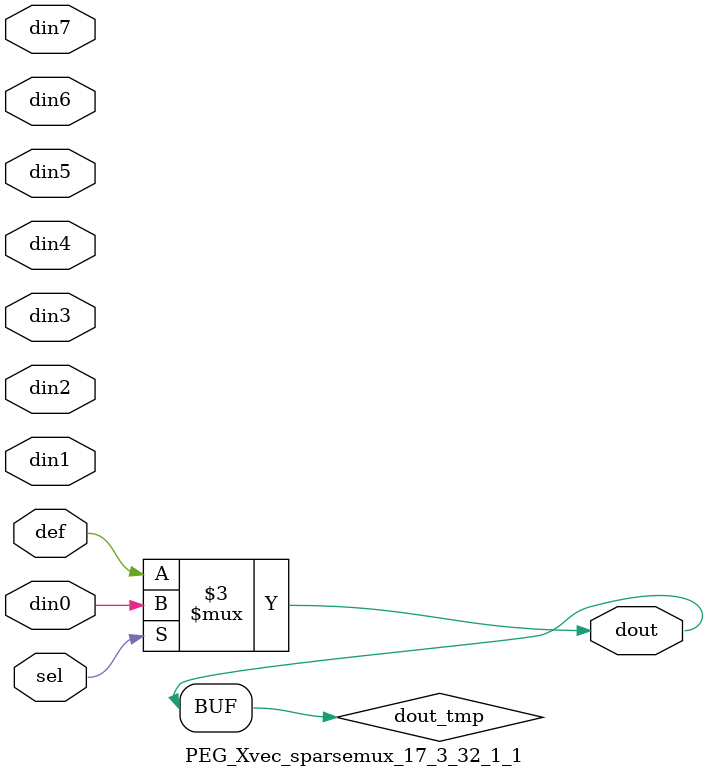
<source format=v>
`timescale 1 ns / 1 ps
module PEG_Xvec_sparsemux_17_3_32_1_1 (din0,din1,din2,din3,din4,din5,din6,din7,def,sel,dout);
parameter din0_WIDTH = 1;
parameter din1_WIDTH = 1;
parameter din2_WIDTH = 1;
parameter din3_WIDTH = 1;
parameter din4_WIDTH = 1;
parameter din5_WIDTH = 1;
parameter din6_WIDTH = 1;
parameter din7_WIDTH = 1;
parameter def_WIDTH = 1;
parameter sel_WIDTH = 1;
parameter dout_WIDTH = 1;
parameter [sel_WIDTH-1:0] CASE0 = 1;
parameter [sel_WIDTH-1:0] CASE1 = 1;
parameter [sel_WIDTH-1:0] CASE2 = 1;
parameter [sel_WIDTH-1:0] CASE3 = 1;
parameter [sel_WIDTH-1:0] CASE4 = 1;
parameter [sel_WIDTH-1:0] CASE5 = 1;
parameter [sel_WIDTH-1:0] CASE6 = 1;
parameter [sel_WIDTH-1:0] CASE7 = 1;
parameter ID = 1;
parameter NUM_STAGE = 1;
input [din0_WIDTH-1:0] din0;
input [din1_WIDTH-1:0] din1;
input [din2_WIDTH-1:0] din2;
input [din3_WIDTH-1:0] din3;
input [din4_WIDTH-1:0] din4;
input [din5_WIDTH-1:0] din5;
input [din6_WIDTH-1:0] din6;
input [din7_WIDTH-1:0] din7;
input [def_WIDTH-1:0] def;
input [sel_WIDTH-1:0] sel;
output [dout_WIDTH-1:0] dout;
reg [dout_WIDTH-1:0] dout_tmp;
always @ (*) begin
case (sel)
    
    CASE0 : dout_tmp = din0;
    
    CASE1 : dout_tmp = din1;
    
    CASE2 : dout_tmp = din2;
    
    CASE3 : dout_tmp = din3;
    
    CASE4 : dout_tmp = din4;
    
    CASE5 : dout_tmp = din5;
    
    CASE6 : dout_tmp = din6;
    
    CASE7 : dout_tmp = din7;
    
    default : dout_tmp = def;
endcase
end
assign dout = dout_tmp;
endmodule
</source>
